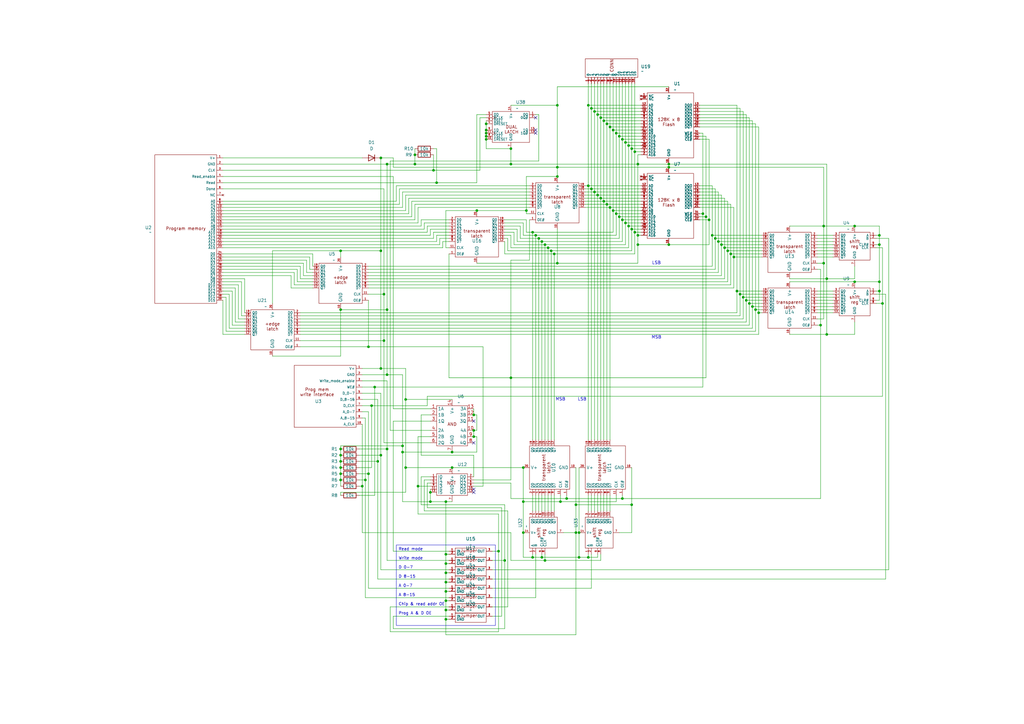
<source format=kicad_sch>
(kicad_sch (version 20231120) (generator "eeschema") (generator_version "8.0")
  (paper "A3")
  (junction (at 350.52 92.71))
  (junction (at 228.6 68.58))
  (junction (at 250.19 52.07))
  (junction (at 242.57 77.47))
  (junction (at 214.63 205.74))
  (junction (at 260.35 62.23))
  (junction (at 157.48 120.65))
  (junction (at 236.22 218.44))
  (junction (at 158.75 153.67))
  (junction (at 158.75 67.31))
  (junction (at 151.13 194.31))
  (junction (at 182.88 250.19))
  (junction (at 182.88 227.33))
  (junction (at 139.7 189.23))
  (junction (at 223.52 229.87))
  (junction (at 300.99 105.41))
  (junction (at 360.68 96.52))
  (junction (at 228.6 43.18))
  (junction (at 171.45 199.39))
  (junction (at 214.63 191.77))
  (junction (at 170.18 67.31))
  (junction (at 245.11 46.99))
  (junction (at 247.65 82.55))
  (junction (at 209.55 67.31))
  (junction (at 295.91 100.33))
  (junction (at 306.07 123.19))
  (junction (at 199.39 55.88))
  (junction (at 256.54 91.44))
  (junction (at 156.21 151.13))
  (junction (at 360.68 119.38))
  (junction (at 194.31 179.07))
  (junction (at 336.55 133.35))
  (junction (at 139.7 186.69))
  (junction (at 209.55 154.94))
  (junction (at 226.06 102.87))
  (junction (at 260.35 95.25))
  (junction (at 257.81 59.69))
  (junction (at 259.08 60.96))
  (junction (at 158.75 127))
  (junction (at 251.46 53.34))
  (junction (at 229.87 205.74))
  (junction (at 241.3 43.18))
  (junction (at 156.21 64.77))
  (junction (at 361.95 124.46))
  (junction (at 156.21 102.87))
  (junction (at 254 55.88))
  (junction (at 250.19 85.09))
  (junction (at 309.88 127))
  (junction (at 139.7 184.15))
  (junction (at 274.32 100.33))
  (junction (at 293.37 97.79))
  (junction (at 199.39 53.34))
  (junction (at 195.58 86.36))
  (junction (at 339.09 114.3))
  (junction (at 245.11 80.01))
  (junction (at 228.6 107.95))
  (junction (at 288.29 87.63))
  (junction (at 194.31 170.18))
  (junction (at 199.39 50.8))
  (junction (at 360.68 115.57))
  (junction (at 139.7 191.77))
  (junction (at 290.83 90.17))
  (junction (at 139.7 102.87))
  (junction (at 255.27 57.15))
  (junction (at 254 88.9))
  (junction (at 182.88 242.57))
  (junction (at 199.39 54.61))
  (junction (at 139.7 127))
  (junction (at 308.61 125.73))
  (junction (at 292.1 96.52))
  (junction (at 166.37 163.83))
  (junction (at 158.75 184.15))
  (junction (at 228.6 72.39))
  (junction (at 237.49 228.6))
  (junction (at 177.8 69.85))
  (junction (at 223.52 100.33))
  (junction (at 257.81 92.71))
  (junction (at 302.26 119.38))
  (junction (at 182.88 254))
  (junction (at 256.54 58.42))
  (junction (at 252.73 87.63))
  (junction (at 185.42 185.42))
  (junction (at 165.1 182.88))
  (junction (at 219.71 96.52))
  (junction (at 247.65 49.53))
  (junction (at 242.57 44.45))
  (junction (at 246.38 81.28))
  (junction (at 176.53 205.74))
  (junction (at 152.4 166.37))
  (junction (at 311.15 128.27))
  (junction (at 218.44 228.6))
  (junction (at 243.84 45.72))
  (junction (at 154.94 189.23))
  (junction (at 199.39 57.15))
  (junction (at 298.45 102.87))
  (junction (at 299.72 104.14))
  (junction (at 224.79 101.6))
  (junction (at 218.44 95.25))
  (junction (at 170.18 63.5))
  (junction (at 139.7 196.85))
  (junction (at 207.01 229.87))
  (junction (at 255.27 204.47))
  (junction (at 182.88 238.76))
  (junction (at 261.62 67.31))
  (junction (at 148.59 199.39))
  (junction (at 179.07 74.93))
  (junction (at 153.67 158.75))
  (junction (at 194.31 176.53))
  (junction (at 204.47 226.06))
  (junction (at 248.92 83.82))
  (junction (at 360.68 100.33))
  (junction (at 304.8 121.92))
  (junction (at 337.82 92.71))
  (junction (at 307.34 124.46))
  (junction (at 252.73 54.61))
  (junction (at 185.42 191.77))
  (junction (at 251.46 86.36))
  (junction (at 151.13 142.24))
  (junction (at 222.25 99.06))
  (junction (at 274.32 67.31))
  (junction (at 215.9 86.36))
  (junction (at 149.86 196.85))
  (junction (at 182.88 205.74))
  (junction (at 227.33 104.14))
  (junction (at 156.21 186.69))
  (junction (at 176.53 201.93))
  (junction (at 236.22 207.01))
  (junction (at 214.63 218.44))
  (junction (at 274.32 68.58))
  (junction (at 261.62 96.52))
  (junction (at 182.88 231.14))
  (junction (at 166.37 191.77))
  (junction (at 339.09 137.16))
  (junction (at 165.1 185.42))
  (junction (at 209.55 60.96))
  (junction (at 297.18 101.6))
  (junction (at 294.64 99.06))
  (junction (at 261.62 100.33))
  (junction (at 241.3 228.6))
  (junction (at 255.27 90.17))
  (junction (at 259.08 207.01))
  (junction (at 246.38 48.26))
  (junction (at 157.48 139.7))
  (junction (at 237.49 218.44))
  (junction (at 182.88 246.38))
  (junction (at 259.08 93.98))
  (junction (at 232.41 204.47))
  (junction (at 303.53 120.65))
  (junction (at 182.88 234.95))
  (junction (at 222.25 228.6))
  (junction (at 243.84 78.74))
  (junction (at 139.7 194.31))
  (junction (at 337.82 107.95))
  (junction (at 248.92 50.8))
  (junction (at 220.98 97.79))
  (junction (at 350.52 115.57))
  (junction (at 289.56 88.9))
  (junction (at 241.3 76.2))
  (no_connect (at 194.31 201.93))
  (no_connect (at 219.71 53.34))
  (no_connect (at 219.71 48.26))
  (no_connect (at 194.31 200.66))
  (no_connect (at 219.71 54.61))
  (no_connect (at 194.31 181.61))
  (no_connect (at 194.31 172.72))
  (wire (pts (xy 199.39 49.53) (xy 199.39 50.8)))
  (wire (pts (xy 176.53 181.61) (xy 157.48 181.61)))
  (wire (pts (xy 148.59 166.37) (xy 152.4 166.37)))
  (wire (pts (xy 199.39 60.96) (xy 209.55 60.96)))
  (wire (pts (xy 209.55 154.94) (xy 289.56 154.94)))
  (wire (pts (xy 288.29 87.63) (xy 287.02 87.63)))
  (wire (pts (xy 255.27 57.15) (xy 262.89 57.15)))
  (wire (pts (xy 304.8 121.92) (xy 312.42 121.92)))
  (wire (pts (xy 148.59 168.91) (xy 151.13 168.91)))
  (wire (pts (xy 123.19 133.35) (xy 307.34 133.35)))
  (wire (pts (xy 208.28 102.87) (xy 208.28 97.79)))
  (wire (pts (xy 148.59 161.29) (xy 156.21 161.29)))
  (wire (pts (xy 336.55 133.35) (xy 336.55 204.47)))
  (wire (pts (xy 172.72 195.58) (xy 176.53 195.58)))
  (wire (pts (xy 220.98 97.79) (xy 220.98 180.34)))
  (wire (pts (xy 209.55 106.68) (xy 217.17 106.68)))
  (wire (pts (xy 170.18 60.96) (xy 170.18 63.5)))
  (wire (pts (xy 262.89 88.9) (xy 254 88.9)))
  (wire (pts (xy 175.26 208.28) (xy 175.26 198.12)))
  (wire (pts (xy 201.93 233.68) (xy 364.49 233.68)))
  (wire (pts (xy 220.98 203.2) (xy 220.98 209.55)))
  (wire (pts (xy 359.41 123.19) (xy 360.68 123.19)))
  (wire (pts (xy 161.29 72.39) (xy 91.44 72.39)))
  (wire (pts (xy 207.01 96.52) (xy 209.55 96.52)))
  (wire (pts (xy 124.46 107.95) (xy 124.46 113.03)))
  (wire (pts (xy 160.02 259.08) (xy 160.02 248.92)))
  (wire (pts (xy 165.1 78.74) (xy 217.17 78.74)))
  (wire (pts (xy 207.01 229.87) (xy 207.01 207.01)))
  (wire (pts (xy 209.55 67.31) (xy 261.62 67.31)))
  (wire (pts (xy 184.15 96.52) (xy 179.07 96.52)))
  (wire (pts (xy 261.62 96.52) (xy 262.89 96.52)))
  (wire (pts (xy 176.53 201.93) (xy 176.53 205.74)))
  (wire (pts (xy 292.1 76.2) (xy 292.1 96.52)))
  (wire (pts (xy 204.47 210.82) (xy 204.47 226.06)))
  (wire (pts (xy 93.98 134.62) (xy 100.33 134.62)))
  (wire (pts (xy 242.57 44.45) (xy 262.89 44.45)))
  (wire (pts (xy 173.99 209.55) (xy 173.99 196.85)))
  (wire (pts (xy 139.7 201.93) (xy 139.7 203.2)))
  (wire (pts (xy 139.7 146.05) (xy 111.76 146.05)))
  (wire (pts (xy 254 55.88) (xy 254 88.9)))
  (wire (pts (xy 219.71 245.11) (xy 201.93 245.11)))
  (wire (pts (xy 139.7 196.85) (xy 139.7 199.39)))
  (wire (pts (xy 96.52 118.11) (xy 96.52 132.08)))
  (wire (pts (xy 128.27 111.76) (xy 125.73 111.76)))
  (wire (pts (xy 121.92 110.49) (xy 121.92 115.57)))
  (wire (pts (xy 255.27 204.47) (xy 336.55 204.47)))
  (wire (pts (xy 184.15 227.33) (xy 182.88 227.33)))
  (wire (pts (xy 232.41 204.47) (xy 209.55 204.47)))
  (wire (pts (xy 201.93 241.3) (xy 242.57 241.3)))
  (wire (pts (xy 220.98 97.79) (xy 213.36 97.79)))
  (wire (pts (xy 361.95 124.46) (xy 359.41 124.46)))
  (wire (pts (xy 260.35 95.25) (xy 260.35 104.14)))
  (wire (pts (xy 288.29 54.61) (xy 288.29 87.63)))
  (wire (pts (xy 214.63 91.44) (xy 214.63 96.52)))
  (wire (pts (xy 220.98 46.99) (xy 219.71 46.99)))
  (wire (pts (xy 262.89 83.82) (xy 248.92 83.82)))
  (wire (pts (xy 182.88 260.35) (xy 182.88 254)))
  (wire (pts (xy 165.1 205.74) (xy 165.1 185.42)))
  (wire (pts (xy 156.21 186.69) (xy 156.21 233.68)))
  (wire (pts (xy 218.44 95.25) (xy 215.9 95.25)))
  (wire (pts (xy 176.53 93.98) (xy 176.53 96.52)))
  (wire (pts (xy 255.27 99.06) (xy 255.27 90.17)))
  (wire (pts (xy 245.11 203.2) (xy 245.11 209.55)))
  (wire (pts (xy 248.92 34.29) (xy 248.92 50.8)))
  (wire (pts (xy 153.67 158.75) (xy 148.59 158.75)))
  (wire (pts (xy 97.79 116.84) (xy 91.44 116.84)))
  (wire (pts (xy 219.71 96.52) (xy 219.71 180.34)))
  (wire (pts (xy 224.79 101.6) (xy 257.81 101.6)))
  (wire (pts (xy 294.64 99.06) (xy 294.64 111.76)))
  (wire (pts (xy 309.88 50.8) (xy 287.02 50.8)))
  (wire (pts (xy 182.88 250.19) (xy 182.88 246.38)))
  (wire (pts (xy 120.65 111.76) (xy 91.44 111.76)))
  (wire (pts (xy 298.45 82.55) (xy 298.45 102.87)))
  (wire (pts (xy 262.89 85.09) (xy 250.19 85.09)))
  (wire (pts (xy 292.1 96.52) (xy 292.1 109.22)))
  (wire (pts (xy 177.8 95.25) (xy 184.15 95.25)))
  (wire (pts (xy 214.63 96.52) (xy 219.71 96.52)))
  (wire (pts (xy 165.1 153.67) (xy 165.1 182.88)))
  (wire (pts (xy 231.14 218.44) (xy 236.22 218.44)))
  (wire (pts (xy 182.88 250.19) (xy 182.88 254)))
  (wire (pts (xy 97.79 130.81) (xy 97.79 116.84)))
  (wire (pts (xy 223.52 100.33) (xy 210.82 100.33)))
  (wire (pts (xy 91.44 67.31) (xy 158.75 67.31)))
  (wire (pts (xy 293.37 77.47) (xy 293.37 97.79)))
  (wire (pts (xy 151.13 111.76) (xy 294.64 111.76)))
  (wire (pts (xy 147.32 189.23) (xy 154.94 189.23)))
  (wire (pts (xy 241.3 43.18) (xy 241.3 76.2)))
  (wire (pts (xy 100.33 135.89) (xy 92.71 135.89)))
  (wire (pts (xy 297.18 101.6) (xy 312.42 101.6)))
  (wire (pts (xy 125.73 111.76) (xy 125.73 106.68)))
  (wire (pts (xy 139.7 191.77) (xy 139.7 194.31)))
  (wire (pts (xy 228.6 68.58) (xy 274.32 68.58)))
  (wire (pts (xy 245.11 227.33) (xy 245.11 228.6)))
  (wire (pts (xy 139.7 127) (xy 139.7 146.05)))
  (wire (pts (xy 259.08 102.87) (xy 226.06 102.87)))
  (wire (pts (xy 121.92 115.57) (xy 128.27 115.57)))
  (wire (pts (xy 222.25 99.06) (xy 255.27 99.06)))
  (wire (pts (xy 288.29 87.63) (xy 288.29 158.75)))
  (wire (pts (xy 182.88 238.76) (xy 184.15 238.76)))
  (wire (pts (xy 166.37 80.01) (xy 166.37 86.36)))
  (wire (pts (xy 335.28 120.65) (xy 341.63 120.65)))
  (wire (pts (xy 262.89 92.71) (xy 257.81 92.71)))
  (wire (pts (xy 201.93 252.73) (xy 205.74 252.73)))
  (wire (pts (xy 209.55 154.94) (xy 209.55 196.85)))
  (wire (pts (xy 300.99 105.41) (xy 300.99 118.11)))
  (wire (pts (xy 151.13 241.3) (xy 184.15 241.3)))
  (wire (pts (xy 173.99 196.85) (xy 176.53 196.85)))
  (wire (pts (xy 262.89 91.44) (xy 256.54 91.44)))
  (wire (pts (xy 209.55 218.44) (xy 209.55 229.87)))
  (wire (pts (xy 177.8 69.85) (xy 196.85 69.85)))
  (wire (pts (xy 182.88 242.57) (xy 182.88 238.76)))
  (wire (pts (xy 251.46 95.25) (xy 218.44 95.25)))
  (wire (pts (xy 259.08 191.77) (xy 259.08 207.01)))
  (wire (pts (xy 339.09 114.3) (xy 339.09 67.31)))
  (wire (pts (xy 246.38 229.87) (xy 246.38 227.33)))
  (wire (pts (xy 148.59 199.39) (xy 148.59 218.44)))
  (wire (pts (xy 241.3 34.29) (xy 241.3 43.18)))
  (wire (pts (xy 337.82 92.71) (xy 350.52 92.71)))
  (wire (pts (xy 232.41 204.47) (xy 255.27 204.47)))
  (wire (pts (xy 256.54 91.44) (xy 256.54 100.33)))
  (wire (pts (xy 242.57 34.29) (xy 242.57 44.45)))
  (wire (pts (xy 247.65 34.29) (xy 247.65 49.53)))
  (wire (pts (xy 204.47 259.08) (xy 160.02 259.08)))
  (wire (pts (xy 166.37 86.36) (xy 91.44 86.36)))
  (wire (pts (xy 151.13 142.24) (xy 123.19 142.24)))
  (wire (pts (xy 210.82 95.25) (xy 207.01 95.25)))
  (wire (pts (xy 91.44 113.03) (xy 119.38 113.03)))
  (wire (pts (xy 262.89 60.96) (xy 259.08 60.96)))
  (wire (pts (xy 220.98 66.04) (xy 220.98 46.99)))
  (wire (pts (xy 184.15 245.11) (xy 149.86 245.11)))
  (wire (pts (xy 170.18 63.5) (xy 170.18 67.31)))
  (wire (pts (xy 303.53 44.45) (xy 303.53 120.65)))
  (wire (pts (xy 194.31 170.18) (xy 195.58 170.18)))
  (wire (pts (xy 228.6 35.56) (xy 274.32 35.56)))
  (wire (pts (xy 290.83 57.15) (xy 290.83 90.17)))
  (wire (pts (xy 209.55 154.94) (xy 184.15 154.94)))
  (wire (pts (xy 240.03 83.82) (xy 248.92 83.82)))
  (wire (pts (xy 360.68 123.19) (xy 360.68 119.38)))
  (wire (pts (xy 175.26 92.71) (xy 184.15 92.71)))
  (wire (pts (xy 360.68 92.71) (xy 360.68 96.52)))
  (wire (pts (xy 335.28 110.49) (xy 336.55 110.49)))
  (wire (pts (xy 297.18 81.28) (xy 287.02 81.28)))
  (wire (pts (xy 148.59 218.44) (xy 209.55 218.44)))
  (wire (pts (xy 127 110.49) (xy 128.27 110.49)))
  (wire (pts (xy 361.95 162.56) (xy 361.95 124.46)))
  (wire (pts (xy 223.52 227.33) (xy 223.52 229.87)))
  (wire (pts (xy 359.41 119.38) (xy 360.68 119.38)))
  (wire (pts (xy 160.02 66.04) (xy 160.02 176.53)))
  (wire (pts (xy 298.45 102.87) (xy 312.42 102.87)))
  (wire (pts (xy 123.19 139.7) (xy 157.48 139.7)))
  (wire (pts (xy 223.52 100.33) (xy 223.52 180.34)))
  (wire (pts (xy 209.55 106.68) (xy 209.55 154.94)))
  (wire (pts (xy 336.55 110.49) (xy 336.55 133.35)))
  (wire (pts (xy 179.07 99.06) (xy 91.44 99.06)))
  (wire (pts (xy 297.18 81.28) (xy 297.18 101.6)))
  (wire (pts (xy 262.89 50.8) (xy 248.92 50.8)))
  (wire (pts (xy 240.03 77.47) (xy 242.57 77.47)))
  (wire (pts (xy 167.64 87.63) (xy 167.64 81.28)))
  (wire (pts (xy 201.93 248.92) (xy 208.28 248.92)))
  (wire (pts (xy 161.29 257.81) (xy 161.29 252.73)))
  (wire (pts (xy 153.67 158.75) (xy 288.29 158.75)))
  (wire (pts (xy 91.44 115.57) (xy 99.06 115.57)))
  (wire (pts (xy 260.35 34.29) (xy 260.35 62.23)))
  (wire (pts (xy 304.8 45.72) (xy 304.8 121.92)))
  (wire (pts (xy 306.07 46.99) (xy 306.07 123.19)))
  (wire (pts (xy 309.88 127) (xy 312.42 127)))
  (wire (pts (xy 228.6 43.18) (xy 228.6 68.58)))
  (wire (pts (xy 292.1 76.2) (xy 287.02 76.2)))
  (wire (pts (xy 199.39 57.15) (xy 199.39 60.96)))
  (wire (pts (xy 171.45 210.82) (xy 171.45 199.39)))
  (wire (pts (xy 123.19 109.22) (xy 91.44 109.22)))
  (wire (pts (xy 242.57 203.2) (xy 242.57 209.55)))
  (wire (pts (xy 307.34 124.46) (xy 312.42 124.46)))
  (wire (pts (xy 248.92 203.2) (xy 248.92 209.55)))
  (wire (pts (xy 242.57 44.45) (xy 242.57 77.47)))
  (wire (pts (xy 91.44 100.33) (xy 180.34 100.33)))
  (wire (pts (xy 300.99 85.09) (xy 300.99 105.41)))
  (wire (pts (xy 226.06 203.2) (xy 226.06 209.55)))
  (wire (pts (xy 207.01 91.44) (xy 214.63 91.44)))
  (wire (pts (xy 236.22 191.77) (xy 236.22 207.01)))
  (wire (pts (xy 199.39 46.99) (xy 195.58 46.99)))
  (wire (pts (xy 262.89 58.42) (xy 256.54 58.42)))
  (wire (pts (xy 323.85 137.16) (xy 339.09 137.16)))
  (wire (pts (xy 255.27 204.47) (xy 255.27 203.2)))
  (wire (pts (xy 166.37 191.77) (xy 166.37 201.93)))
  (wire (pts (xy 262.89 53.34) (xy 251.46 53.34)))
  (wire (pts (xy 195.58 176.53) (xy 194.31 176.53)))
  (wire (pts (xy 257.81 59.69) (xy 262.89 59.69)))
  (wire (pts (xy 337.82 92.71) (xy 337.82 107.95)))
  (wire (pts (xy 306.07 123.19) (xy 312.42 123.19)))
  (wire (pts (xy 337.82 107.95) (xy 337.82 130.81)))
  (wire (pts (xy 170.18 67.31) (xy 209.55 67.31)))
  (wire (pts (xy 95.25 119.38) (xy 91.44 119.38)))
  (wire (pts (xy 335.28 97.79) (xy 341.63 97.79)))
  (wire (pts (xy 262.89 45.72) (xy 243.84 45.72)))
  (wire (pts (xy 171.45 91.44) (xy 91.44 91.44)))
  (wire (pts (xy 307.34 48.26) (xy 307.34 124.46)))
  (wire (pts (xy 171.45 199.39) (xy 176.53 199.39)))
  (wire (pts (xy 179.07 60.96) (xy 179.07 74.93)))
  (wire (pts (xy 148.59 153.67) (xy 158.75 153.67)))
  (wire (pts (xy 295.91 80.01) (xy 295.91 100.33)))
  (wire (pts (xy 323.85 114.3) (xy 339.09 114.3)))
  (wire (pts (xy 304.8 45.72) (xy 287.02 45.72)))
  (wire (pts (xy 149.86 245.11) (xy 149.86 196.85)))
  (wire (pts (xy 168.91 82.55) (xy 168.91 88.9)))
  (wire (pts (xy 226.06 102.87) (xy 208.28 102.87)))
  (wire (pts (xy 262.89 82.55) (xy 247.65 82.55)))
  (wire (pts (xy 182.88 250.19) (xy 184.15 250.19)))
  (wire (pts (xy 262.89 78.74) (xy 243.84 78.74)))
  (wire (pts (xy 335.28 99.06) (xy 341.63 99.06)))
  (wire (pts (xy 311.15 137.16) (xy 123.19 137.16)))
  (wire (pts (xy 223.52 229.87) (xy 246.38 229.87)))
  (wire (pts (xy 212.09 99.06) (xy 222.25 99.06)))
  (wire (pts (xy 246.38 203.2) (xy 246.38 209.55)))
  (wire (pts (xy 228.6 93.98) (xy 228.6 107.95)))
  (wire (pts (xy 360.68 100.33) (xy 360.68 115.57)))
  (wire (pts (xy 195.58 86.36) (xy 182.88 86.36)))
  (wire (pts (xy 160.02 248.92) (xy 184.15 248.92)))
  (wire (pts (xy 228.6 107.95) (xy 195.58 107.95)))
  (wire (pts (xy 339.09 114.3) (xy 339.09 137.16)))
  (wire (pts (xy 218.44 95.25) (xy 218.44 180.34)))
  (wire (pts (xy 196.85 69.85) (xy 196.85 48.26)))
  (wire (pts (xy 147.32 186.69) (xy 156.21 186.69)))
  (wire (pts (xy 171.45 199.39) (xy 171.45 179.07)))
  (wire (pts (xy 254 97.79) (xy 220.98 97.79)))
  (wire (pts (xy 245.11 228.6) (xy 241.3 228.6)))
  (wire (pts (xy 157.48 120.65) (xy 157.48 139.7)))
  (wire (pts (xy 361.95 101.6) (xy 361.95 124.46)))
  (wire (pts (xy 151.13 113.03) (xy 295.91 113.03)))
  (wire (pts (xy 209.55 101.6) (xy 224.79 101.6)))
  (wire (pts (xy 287.02 46.99) (xy 306.07 46.99)))
  (wire (pts (xy 227.33 104.14) (xy 227.33 180.34)))
  (wire (pts (xy 165.1 205.74) (xy 176.53 205.74)))
  (wire (pts (xy 287.02 54.61) (xy 288.29 54.61)))
  (wire (pts (xy 359.41 101.6) (xy 361.95 101.6)))
  (wire (pts (xy 335.28 130.81) (xy 337.82 130.81)))
  (wire (pts (xy 360.68 119.38) (xy 360.68 115.57)))
  (wire (pts (xy 262.89 93.98) (xy 259.08 93.98)))
  (wire (pts (xy 247.65 203.2) (xy 247.65 209.55)))
  (wire (pts (xy 161.29 252.73) (xy 184.15 252.73)))
  (wire (pts (xy 359.41 120.65) (xy 363.22 120.65)))
  (wire (pts (xy 163.83 77.47) (xy 163.83 83.82)))
  (wire (pts (xy 364.49 233.68) (xy 364.49 97.79)))
  (wire (pts (xy 247.65 49.53) (xy 262.89 49.53)))
  (wire (pts (xy 236.22 218.44) (xy 236.22 207.01)))
  (wire (pts (xy 180.34 97.79) (xy 184.15 97.79)))
  (wire (pts (xy 335.28 124.46) (xy 341.63 124.46)))
  (wire (pts (xy 241.3 228.6) (xy 237.49 228.6)))
  (wire (pts (xy 139.7 102.87) (xy 156.21 102.87)))
  (wire (pts (xy 217.17 85.09) (xy 171.45 85.09)))
  (wire (pts (xy 156.21 102.87) (xy 156.21 151.13)))
  (wire (pts (xy 194.31 198.12) (xy 209.55 198.12)))
  (wire (pts (xy 194.31 196.85) (xy 209.55 196.85)))
  (wire (pts (xy 297.18 101.6) (xy 297.18 114.3)))
  (wire (pts (xy 218.44 227.33) (xy 218.44 228.6)))
  (wire (pts (xy 151.13 118.11) (xy 300.99 118.11)))
  (wire (pts (xy 259.08 34.29) (xy 259.08 60.96)))
  (wire (pts (xy 158.75 67.31) (xy 170.18 67.31)))
  (wire (pts (xy 262.89 63.5) (xy 261.62 63.5)))
  (wire (pts (xy 246.38 48.26) (xy 246.38 81.28)))
  (wire (pts (xy 151.13 110.49) (xy 293.37 110.49)))
  (wire (pts (xy 205.74 252.73) (xy 205.74 208.28)))
  (wire (pts (xy 165.1 182.88) (xy 165.1 185.42)))
  (wire (pts (xy 184.15 237.49) (xy 154.94 237.49)))
  (wire (pts (xy 242.57 241.3) (xy 242.57 227.33)))
  (wire (pts (xy 252.73 203.2) (xy 252.73 205.74)))
  (wire (pts (xy 175.26 95.25) (xy 175.26 92.71)))
  (wire (pts (xy 100.33 133.35) (xy 95.25 133.35)))
  (wire (pts (xy 290.83 90.17) (xy 287.02 90.17)))
  (wire (pts (xy 172.72 186.69) (xy 172.72 170.18)))
  (wire (pts (xy 323.85 92.71) (xy 337.82 92.71)))
  (wire (pts (xy 152.4 191.77) (xy 147.32 191.77)))
  (wire (pts (xy 161.29 64.77) (xy 161.29 68.58)))
  (wire (pts (xy 215.9 95.25) (xy 215.9 90.17)))
  (wire (pts (xy 302.26 119.38) (xy 312.42 119.38)))
  (wire (pts (xy 243.84 78.74) (xy 243.84 180.34)))
  (wire (pts (xy 182.88 86.36) (xy 182.88 101.6)))
  (wire (pts (xy 161.29 167.64) (xy 176.53 167.64)))
  (wire (pts (xy 257.81 59.69) (xy 257.81 92.71)))
  (wire (pts (xy 194.31 199.39) (xy 198.12 199.39)))
  (wire (pts (xy 240.03 80.01) (xy 245.11 80.01)))
  (wire (pts (xy 199.39 54.61) (xy 199.39 55.88)))
  (wire (pts (xy 147.32 194.31) (xy 151.13 194.31)))
  (wire (pts (xy 100.33 130.81) (xy 97.79 130.81)))
  (wire (pts (xy 139.7 184.15) (xy 139.7 186.69)))
  (wire (pts (xy 303.53 129.54) (xy 303.53 120.65)))
  (wire (pts (xy 214.63 218.44) (xy 214.63 228.6)))
  (wire (pts (xy 323.85 115.57) (xy 350.52 115.57)))
  (wire (pts (xy 287.02 80.01) (xy 295.91 80.01)))
  (wire (pts (xy 185.42 191.77) (xy 214.63 191.77)))
  (wire (pts (xy 165.1 182.88) (xy 139.7 182.88)))
  (wire (pts (xy 208.28 209.55) (xy 173.99 209.55)))
  (wire (pts (xy 139.7 127) (xy 158.75 127)))
  (wire (pts (xy 299.72 104.14) (xy 312.42 104.14)))
  (wire (pts (xy 179.07 74.93) (xy 91.44 74.93)))
  (wire (pts (xy 262.89 55.88) (xy 254 55.88)))
  (wire (pts (xy 261.62 96.52) (xy 261.62 100.33)))
  (wire (pts (xy 172.72 90.17) (xy 184.15 90.17)))
  (wire (pts (xy 254 34.29) (xy 254 55.88)))
  (wire (pts (xy 171.45 210.82) (xy 204.47 210.82)))
  (wire (pts (xy 339.09 67.31) (xy 274.32 67.31)))
  (wire (pts (xy 151.13 116.84) (xy 299.72 116.84)))
  (wire (pts (xy 154.94 189.23) (xy 154.94 163.83)))
  (wire (pts (xy 162.56 76.2) (xy 217.17 76.2)))
  (wire (pts (xy 219.71 203.2) (xy 219.71 209.55)))
  (wire (pts (xy 195.58 179.07) (xy 195.58 185.42)))
  (wire (pts (xy 228.6 68.58) (xy 228.6 72.39)))
  (wire (pts (xy 184.15 99.06) (xy 181.61 99.06)))
  (wire (pts (xy 242.57 77.47) (xy 242.57 180.34)))
  (wire (pts (xy 218.44 203.2) (xy 218.44 209.55)))
  (wire (pts (xy 152.4 166.37) (xy 152.4 191.77)))
  (wire (pts (xy 182.88 231.14) (xy 184.15 231.14)))
  (wire (pts (xy 199.39 55.88) (xy 199.39 57.15)))
  (wire (pts (xy 156.21 151.13) (xy 148.59 151.13)))
  (wire (pts (xy 91.44 107.95) (xy 124.46 107.95)))
  (wire (pts (xy 96.52 132.08) (xy 100.33 132.08)))
  (wire (pts (xy 175.26 198.12) (xy 176.53 198.12)))
  (wire (pts (xy 337.82 92.71) (xy 337.82 68.58)))
  (wire (pts (xy 254 88.9) (xy 254 97.79)))
  (wire (pts (xy 262.89 95.25) (xy 260.35 95.25)))
  (wire (pts (xy 213.36 97.79) (xy 213.36 92.71)))
  (wire (pts (xy 262.89 86.36) (xy 251.46 86.36)))
  (wire (pts (xy 250.19 203.2) (xy 250.19 209.55)))
  (wire (pts (xy 172.72 207.01) (xy 172.72 195.58)))
  (wire (pts (xy 205.74 208.28) (xy 175.26 208.28)))
  (wire (pts (xy 360.68 115.57) (xy 350.52 115.57)))
  (wire (pts (xy 199.39 50.8) (xy 199.39 53.34)))
  (wire (pts (xy 262.89 81.28) (xy 246.38 81.28)))
  (wire (pts (xy 182.88 242.57) (xy 184.15 242.57)))
  (wire (pts (xy 153.67 158.75) (xy 153.67 203.2)))
  (wire (pts (xy 308.61 134.62) (xy 308.61 125.73)))
  (wire (pts (xy 166.37 201.93) (xy 139.7 201.93)))
  (wire (pts (xy 215.9 72.39) (xy 228.6 72.39)))
  (wire (pts (xy 229.87 205.74) (xy 252.73 205.74)))
  (wire (pts (xy 248.92 83.82) (xy 248.92 180.34)))
  (wire (pts (xy 148.59 173.99) (xy 148.59 199.39)))
  (wire (pts (xy 179.07 96.52) (xy 179.07 99.06)))
  (wire (pts (xy 99.06 115.57) (xy 99.06 129.54)))
  (wire (pts (xy 173.99 91.44) (xy 173.99 93.98)))
  (wire (pts (xy 302.26 128.27) (xy 302.26 119.38)))
  (wire (pts (xy 287.02 88.9) (xy 289.56 88.9)))
  (wire (pts (xy 256.54 58.42) (xy 256.54 91.44)))
  (wire (pts (xy 204.47 226.06) (xy 204.47 259.08)))
  (wire (pts (xy 240.03 76.2) (xy 241.3 76.2)))
  (wire (pts (xy 245.11 46.99) (xy 262.89 46.99)))
  (wire (pts (xy 335.28 119.38) (xy 341.63 119.38)))
  (wire (pts (xy 120.65 116.84) (xy 120.65 111.76)))
  (wire (pts (xy 262.89 48.26) (xy 246.38 48.26)))
  (wire (pts (xy 175.26 166.37) (xy 175.26 162.56)))
  (wire (pts (xy 199.39 53.34) (xy 199.39 54.61)))
  (wire (pts (xy 139.7 102.87) (xy 139.7 105.41)))
  (wire (pts (xy 194.31 195.58) (xy 194.31 186.69)))
  (wire (pts (xy 241.3 76.2) (xy 241.3 180.34)))
  (wire (pts (xy 162.56 82.55) (xy 162.56 76.2)))
  (wire (pts (xy 252.73 96.52) (xy 252.73 87.63)))
  (wire (pts (xy 287.02 85.09) (xy 300.99 85.09)))
  (wire (pts (xy 148.59 156.21) (xy 158.75 156.21)))
  (wire (pts (xy 287.02 44.45) (xy 303.53 44.45)))
  (wire (pts (xy 222.25 227.33) (xy 222.25 228.6)))
  (wire (pts (xy 217.17 87.63) (xy 215.9 87.63)))
  (wire (pts (xy 245.11 34.29) (xy 245.11 46.99)))
  (wire (pts (xy 123.19 132.08) (xy 306.07 132.08)))
  (wire (pts (xy 95.25 133.35) (xy 95.25 119.38)))
  (wire (pts (xy 243.84 203.2) (xy 243.84 209.55)))
  (wire (pts (xy 259.08 207.01) (xy 259.08 218.44)))
  (wire (pts (xy 359.41 100.33) (xy 360.68 100.33)))
  (wire (pts (xy 209.55 229.87) (xy 223.52 229.87)))
  (wire (pts (xy 309.88 50.8) (xy 309.88 127)))
  (wire (pts (xy 91.44 85.09) (xy 165.1 85.09)))
  (wire (pts (xy 337.82 68.58) (xy 274.32 68.58)))
  (wire (pts (xy 237.49 228.6) (xy 237.49 218.44)))
  (wire (pts (xy 240.03 85.09) (xy 250.19 85.09)))
  (wire (pts (xy 262.89 43.18) (xy 241.3 43.18)))
  (wire (pts (xy 250.19 52.07) (xy 262.89 52.07)))
  (wire (pts (xy 194.31 186.69) (xy 172.72 186.69)))
  (wire (pts (xy 201.93 226.06) (xy 204.47 226.06)))
  (wire (pts (xy 166.37 163.83) (xy 166.37 191.77)))
  (wire (pts (xy 240.03 78.74) (xy 243.84 78.74)))
  (wire (pts (xy 250.19 85.09) (xy 250.19 180.34)))
  (wire (pts (xy 245.11 46.99) (xy 245.11 80.01)))
  (wire (pts (xy 261.62 67.31) (xy 261.62 96.52)))
  (wire (pts (xy 251.46 53.34) (xy 251.46 86.36)))
  (wire (pts (xy 261.62 100.33) (xy 274.32 100.33)))
  (wire (pts (xy 91.44 123.19) (xy 91.44 137.16)))
  (wire (pts (xy 208.28 97.79) (xy 207.01 97.79)))
  (wire (pts (xy 304.8 130.81) (xy 304.8 121.92)))
  (wire (pts (xy 184.15 254) (xy 182.88 254)))
  (wire (pts (xy 149.86 171.45) (xy 148.59 171.45)))
  (wire (pts (xy 311.15 137.16) (xy 311.15 128.27)))
  (wire (pts (xy 182.88 234.95) (xy 184.15 234.95)))
  (wire (pts (xy 125.73 106.68) (xy 91.44 106.68)))
  (wire (pts (xy 151.13 168.91) (xy 151.13 194.31)))
  (wire (pts (xy 182.88 205.74) (xy 185.42 205.74)))
  (wire (pts (xy 201.93 229.87) (xy 207.01 229.87)))
  (wire (pts (xy 241.3 227.33) (xy 241.3 228.6)))
  (wire (pts (xy 195.58 74.93) (xy 179.07 74.93)))
  (wire (pts (xy 260.35 62.23) (xy 262.89 62.23)))
  (wire (pts (xy 308.61 49.53) (xy 308.61 125.73)))
  (wire (pts (xy 262.89 90.17) (xy 255.27 90.17)))
  (wire (pts (xy 151.13 114.3) (xy 297.18 114.3)))
  (wire (pts (xy 161.29 226.06) (xy 184.15 226.06)))
  (wire (pts (xy 259.08 93.98) (xy 259.08 102.87)))
  (wire (pts (xy 181.61 99.06) (xy 181.61 101.6)))
  (wire (pts (xy 262.89 76.2) (xy 241.3 76.2)))
  (wire (pts (xy 289.56 88.9) (xy 289.56 154.94)))
  (wire (pts (xy 161.29 172.72) (xy 161.29 226.06)))
  (wire (pts (xy 257.81 34.29) (xy 257.81 59.69)))
  (wire (pts (xy 295.91 100.33) (xy 312.42 100.33)))
  (wire (pts (xy 139.7 182.88) (xy 139.7 184.15)))
  (wire (pts (xy 335.28 105.41) (xy 341.63 105.41)))
  (wire (pts (xy 289.56 55.88) (xy 287.02 55.88)))
  (wire (pts (xy 128.27 116.84) (xy 120.65 116.84)))
  (wire (pts (xy 236.22 260.35) (xy 182.88 260.35)))
  (wire (pts (xy 293.37 97.79) (xy 312.42 97.79)))
  (wire (pts (xy 209.55 96.52) (xy 209.55 101.6)))
  (wire (pts (xy 209.55 43.18) (xy 228.6 43.18)))
  (wire (pts (xy 299.72 83.82) (xy 299.72 104.14)))
  (wire (pts (xy 307.34 48.26) (xy 287.02 48.26)))
  (wire (pts (xy 173.99 93.98) (xy 91.44 93.98)))
  (wire (pts (xy 91.44 92.71) (xy 172.72 92.71)))
  (wire (pts (xy 290.83 100.33) (xy 274.32 100.33)))
  (wire (pts (xy 364.49 97.79) (xy 359.41 97.79)))
  (wire (pts (xy 195.58 46.99) (xy 195.58 74.93)))
  (wire (pts (xy 295.91 100.33) (xy 295.91 113.03)))
  (wire (pts (xy 247.65 49.53) (xy 247.65 82.55)))
  (wire (pts (xy 335.28 102.87) (xy 341.63 102.87)))
  (wire (pts (xy 252.73 54.61) (xy 262.89 54.61)))
  (wire (pts (xy 194.31 167.64) (xy 194.31 170.18)))
  (wire (pts (xy 245.11 80.01) (xy 245.11 180.34)))
  (wire (pts (xy 128.27 104.14) (xy 91.44 104.14)))
  (wire (pts (xy 213.36 92.71) (xy 207.01 92.71)))
  (wire (pts (xy 127 105.41) (xy 127 110.49)))
  (wire (pts (xy 300.99 105.41) (xy 312.42 105.41)))
  (wire (pts (xy 152.4 166.37) (xy 175.26 166.37)))
  (wire (pts (xy 241.3 203.2) (xy 241.3 209.55)))
  (wire (pts (xy 257.81 101.6) (xy 257.81 92.71)))
  (wire (pts (xy 210.82 100.33) (xy 210.82 95.25)))
  (wire (pts (xy 184.15 246.38) (xy 182.88 246.38)))
  (wire (pts (xy 157.48 139.7) (xy 157.48 181.61)))
  (wire (pts (xy 100.33 114.3) (xy 91.44 114.3)))
  (wire (pts (xy 215.9 90.17) (xy 207.01 90.17)))
  (wire (pts (xy 243.84 45.72) (xy 243.84 78.74)))
  (wire (pts (xy 176.53 96.52) (xy 91.44 96.52)))
  (wire (pts (xy 208.28 248.92) (xy 208.28 209.55)))
  (wire (pts (xy 223.52 203.2) (xy 223.52 209.55)))
  (wire (pts (xy 335.28 104.14) (xy 341.63 104.14)))
  (wire (pts (xy 215.9 87.63) (xy 215.9 86.36)))
  (wire (pts (xy 91.44 97.79) (xy 177.8 97.79)))
  (wire (pts (xy 176.53 200.66) (xy 176.53 201.93)))
  (wire (pts (xy 287.02 57.15) (xy 290.83 57.15)))
  (wire (pts (xy 359.41 96.52) (xy 360.68 96.52)))
  (wire (pts (xy 123.19 130.81) (xy 304.8 130.81)))
  (wire (pts (xy 298.45 102.87) (xy 298.45 115.57)))
  (wire (pts (xy 198.12 142.24) (xy 151.13 142.24)))
  (wire (pts (xy 335.28 107.95) (xy 337.82 107.95)))
  (wire (pts (xy 123.19 135.89) (xy 309.88 135.89)))
  (wire (pts (xy 360.68 96.52) (xy 360.68 100.33)))
  (wire (pts (xy 100.33 128.27) (xy 100.33 114.3)))
  (wire (pts (xy 248.92 50.8) (xy 248.92 83.82)))
  (wire (pts (xy 158.75 153.67) (xy 165.1 153.67)))
  (wire (pts (xy 350.52 92.71) (xy 360.68 92.71)))
  (wire (pts (xy 175.26 162.56) (xy 361.95 162.56)))
  (wire (pts (xy 308.61 125.73) (xy 312.42 125.73)))
  (wire (pts (xy 227.33 203.2) (xy 227.33 209.55)))
  (wire (pts (xy 251.46 86.36) (xy 251.46 95.25)))
  (wire (pts (xy 139.7 189.23) (xy 139.7 191.77)))
  (wire (pts (xy 119.38 118.11) (xy 128.27 118.11)))
  (wire (pts (xy 149.86 196.85) (xy 149.86 171.45)))
  (wire (pts (xy 350.52 114.3) (xy 339.09 114.3)))
  (wire (pts (xy 182.88 234.95) (xy 182.88 238.76)))
  (wire (pts (xy 91.44 110.49) (xy 121.92 110.49)))
  (wire (pts (xy 303.53 120.65) (xy 312.42 120.65)))
  (wire (pts (xy 232.41 203.2) (xy 232.41 204.47)))
  (wire (pts (xy 222.25 203.2) (xy 222.25 209.55)))
  (wire (pts (xy 176.53 205.74) (xy 182.88 205.74)))
  (wire (pts (xy 172.72 92.71) (xy 172.72 90.17)))
  (wire (pts (xy 246.38 81.28) (xy 246.38 180.34)))
  (wire (pts (xy 123.19 128.27) (xy 302.26 128.27)))
  (wire (pts (xy 154.94 163.83) (xy 148.59 163.83)))
  (wire (pts (xy 172.72 170.18) (xy 176.53 170.18)))
  (wire (pts (xy 214.63 191.77) (xy 214.63 205.74)))
  (wire (pts (xy 218.44 228.6) (xy 222.25 228.6)))
  (wire (pts (xy 151.13 109.22) (xy 292.1 109.22)))
  (wire (pts (xy 290.83 90.17) (xy 290.83 100.33)))
  (wire (pts (xy 91.44 77.47) (xy 157.48 77.47)))
  (wire (pts (xy 294.64 78.74) (xy 294.64 99.06)))
  (wire (pts (xy 195.58 170.18) (xy 195.58 176.53)))
  (wire (pts (xy 302.26 43.18) (xy 302.26 119.38)))
  (wire (pts (xy 207.01 229.87) (xy 207.01 257.81)))
  (wire (pts (xy 184.15 91.44) (xy 173.99 91.44)))
  (wire (pts (xy 236.22 218.44) (xy 236.22 260.35)))
  (wire (pts (xy 170.18 90.17) (xy 170.18 83.82)))
  (wire (pts (xy 151.13 123.19) (xy 151.13 142.24)))
  (wire (pts (xy 171.45 179.07) (xy 176.53 179.07)))
  (wire (pts (xy 209.55 60.96) (xy 209.55 67.31)))
  (wire (pts (xy 261.62 63.5) (xy 261.62 67.31)))
  (wire (pts (xy 156.21 161.29) (xy 156.21 186.69)))
  (wire (pts (xy 287.02 82.55) (xy 298.45 82.55)))
  (wire (pts (xy 160.02 176.53) (xy 176.53 176.53)))
  (wire (pts (xy 91.44 120.65) (xy 93.98 120.65)))
  (wire (pts (xy 158.75 229.87) (xy 184.15 229.87)))
  (wire (pts (xy 246.38 34.29) (xy 246.38 48.26)))
  (wire (pts (xy 147.32 184.15) (xy 158.75 184.15)))
  (wire (pts (xy 177.8 60.96) (xy 179.07 60.96)))
  (wire (pts (xy 335.28 100.33) (xy 341.63 100.33)))
  (wire (pts (xy 182.88 227.33) (xy 182.88 231.14)))
  (wire (pts (xy 207.01 93.98) (xy 212.09 93.98)))
  (wire (pts (xy 166.37 191.77) (xy 185.42 191.77)))
  (wire (pts (xy 335.28 121.92) (xy 341.63 121.92)))
  (wire (pts (xy 207.01 104.14) (xy 207.01 99.06)))
  (wire (pts (xy 147.32 196.85) (xy 149.86 196.85)))
  (wire (pts (xy 217.17 80.01) (xy 166.37 80.01)))
  (wire (pts (xy 363.22 120.65) (xy 363.22 237.49)))
  (wire (pts (xy 260.35 104.14) (xy 227.33 104.14)))
  (wire (pts (xy 252.73 34.29) (xy 252.73 54.61)))
  (wire (pts (xy 227.33 104.14) (xy 207.01 104.14)))
  (wire (pts (xy 151.13 115.57) (xy 298.45 115.57)))
  (wire (pts (xy 93.98 120.65) (xy 93.98 134.62)))
  (wire (pts (xy 151.13 120.65) (xy 157.48 120.65)))
  (wire (pts (xy 207.01 207.01) (xy 172.72 207.01)))
  (wire (pts (xy 158.75 156.21) (xy 158.75 184.15)))
  (wire (pts (xy 262.89 87.63) (xy 252.73 87.63)))
  (wire (pts (xy 111.76 102.87) (xy 139.7 102.87)))
  (wire (pts (xy 180.34 100.33) (xy 180.34 97.79)))
  (wire (pts (xy 228.6 35.56) (xy 228.6 43.18)))
  (wire (pts (xy 287.02 49.53) (xy 308.61 49.53)))
  (wire (pts (xy 214.63 205.74) (xy 214.63 218.44)))
  (wire (pts (xy 261.62 67.31) (xy 274.32 67.31)))
  (wire (pts (xy 311.15 128.27) (xy 312.42 128.27)))
  (wire (pts (xy 236.22 207.01) (xy 259.08 207.01)))
  (wire (pts (xy 240.03 81.28) (xy 246.38 81.28)))
  (wire (pts (xy 147.32 199.39) (xy 148.59 199.39)))
  (wire (pts (xy 217.17 77.47) (xy 163.83 77.47)))
  (wire (pts (xy 262.89 77.47) (xy 242.57 77.47)))
  (wire (pts (xy 240.03 82.55) (xy 247.65 82.55)))
  (wire (pts (xy 247.65 82.55) (xy 247.65 180.34)))
  (wire (pts (xy 182.88 205.74) (xy 182.88 227.33)))
  (wire (pts (xy 123.19 129.54) (xy 303.53 129.54)))
  (wire (pts (xy 250.19 34.29) (xy 250.19 52.07)))
  (wire (pts (xy 335.28 125.73) (xy 341.63 125.73)))
  (wire (pts (xy 119.38 113.03) (xy 119.38 118.11)))
  (wire (pts (xy 219.71 96.52) (xy 252.73 96.52)))
  (wire (pts (xy 147.32 203.2) (xy 153.67 203.2)))
  (wire (pts (xy 163.83 83.82) (xy 91.44 83.82)))
  (wire (pts (xy 261.62 107.95) (xy 228.6 107.95)))
  (wire (pts (xy 111.76 124.46) (xy 111.76 102.87)))
  (wire (pts (xy 251.46 34.29) (xy 251.46 53.34)))
  (wire (pts (xy 217.17 90.17) (xy 217.17 106.68)))
  (wire (pts (xy 307.34 133.35) (xy 307.34 124.46)))
  (wire (pts (xy 151.13 194.31) (xy 151.13 241.3)))
  (wire (pts (xy 91.44 105.41) (xy 127 105.41)))
  (wire (pts (xy 226.06 102.87) (xy 226.06 180.34)))
  (wire (pts (xy 161.29 68.58) (xy 228.6 68.58)))
  (wire (pts (xy 229.87 203.2) (xy 229.87 205.74)))
  (wire (pts (xy 123.19 114.3) (xy 123.19 109.22)))
  (wire (pts (xy 311.15 52.07) (xy 311.15 128.27)))
  (wire (pts (xy 261.62 100.33) (xy 261.62 107.95)))
  (wire (pts (xy 91.44 87.63) (xy 167.64 87.63)))
  (wire (pts (xy 302.26 43.18) (xy 287.02 43.18)))
  (wire (pts (xy 158.75 184.15) (xy 158.75 229.87)))
  (wire (pts (xy 335.28 127) (xy 341.63 127)))
  (wire (pts (xy 363.22 237.49) (xy 201.93 237.49)))
  (wire (pts (xy 287.02 77.47) (xy 293.37 77.47)))
  (wire (pts (xy 335.28 101.6) (xy 341.63 101.6)))
  (wire (pts (xy 182.88 231.14) (xy 182.88 234.95)))
  (wire (pts (xy 293.37 97.79) (xy 293.37 110.49)))
  (wire (pts (xy 139.7 194.31) (xy 139.7 196.85)))
  (wire (pts (xy 185.42 163.83) (xy 166.37 163.83)))
  (wire (pts (xy 335.28 123.19) (xy 341.63 123.19)))
  (wire (pts (xy 287.02 52.07) (xy 311.15 52.07)))
  (wire (pts (xy 292.1 96.52) (xy 312.42 96.52)))
  (wire (pts (xy 168.91 88.9) (xy 91.44 88.9)))
  (wire (pts (xy 170.18 83.82) (xy 217.17 83.82)))
  (wire (pts (xy 215.9 86.36) (xy 215.9 72.39)))
  (wire (pts (xy 195.58 185.42) (xy 185.42 185.42)))
  (wire (pts (xy 158.75 127) (xy 158.75 153.67)))
  (wire (pts (xy 156.21 233.68) (xy 184.15 233.68)))
  (wire (pts (xy 166.37 151.13) (xy 156.21 151.13)))
  (wire (pts (xy 220.98 66.04) (xy 160.02 66.04)))
  (wire (pts (xy 182.88 101.6) (xy 184.15 101.6)))
  (wire (pts (xy 156.21 64.77) (xy 161.29 64.77)))
  (wire (pts (xy 156.21 64.77) (xy 156.21 102.87)))
  (wire (pts (xy 209.55 204.47) (xy 209.55 198.12)))
  (wire (pts (xy 181.61 101.6) (xy 91.44 101.6)))
  (wire (pts (xy 262.89 80.01) (xy 245.11 80.01)))
  (wire (pts (xy 165.1 85.09) (xy 165.1 78.74)))
  (wire (pts (xy 195.58 86.36) (xy 215.9 86.36)))
  (wire (pts (xy 255.27 57.15) (xy 255.27 90.17)))
  (wire (pts (xy 217.17 82.55) (xy 168.91 82.55)))
  (wire (pts (xy 196.85 48.26) (xy 199.39 48.26)))
  (wire (pts (xy 350.52 109.22) (xy 350.52 114.3)))
  (wire (pts (xy 128.27 109.22) (xy 128.27 104.14)))
  (wire (pts (xy 182.88 246.38) (xy 182.88 242.57)))
  (wire (pts (xy 256.54 34.29) (xy 256.54 58.42)))
  (wire (pts (xy 154.94 237.49) (xy 154.94 189.23)))
  (wire (pts (xy 250.19 52.07) (xy 250.19 85.09)))
  (wire (pts (xy 335.28 128.27) (xy 341.63 128.27)))
  (wire (pts (xy 214.63 205.74) (xy 229.87 205.74)))
  (wire (pts (xy 259.08 218.44) (xy 254 218.44)))
  (wire (pts (xy 91.44 137.16) (xy 100.33 137.16)))
  (wire (pts (xy 294.64 99.06) (xy 312.42 99.06)))
  (wire (pts (xy 255.27 34.29) (xy 255.27 57.15)))
  (wire (pts (xy 124.46 113.03) (xy 128.27 113.03)))
  (wire (pts (xy 339.09 137.16) (xy 350.52 137.16)))
  (wire (pts (xy 123.19 134.62) (xy 308.61 134.62)))
  (wire (pts (xy 260.35 62.23) (xy 260.35 95.25)))
  (wire (pts (xy 289.56 88.9) (xy 289.56 55.88)))
  (wire (pts (xy 299.72 104.14) (xy 299.72 116.84)))
  (wire (pts (xy 214.63 228.6) (xy 218.44 228.6)))
  (wire (pts (xy 219.71 227.33) (xy 219.71 245.11)))
  (wire (pts (xy 167.64 81.28) (xy 217.17 81.28)))
  (wire (pts (xy 184.15 154.94) (xy 184.15 104.14)))
  (wire (pts (xy 91.44 95.25) (xy 175.26 95.25)))
  (wire (pts (xy 91.44 118.11) (xy 96.52 118.11)))
  (wire (pts (xy 212.09 93.98) (xy 212.09 99.06)))
  (wire (pts (xy 171.45 85.09) (xy 171.45 91.44)))
  (wire (pts (xy 224.79 203.2) (xy 224.79 209.55)))
  (wire (pts (xy 224.79 101.6) (xy 224.79 180.34)))
  (wire (pts (xy 243.84 34.29) (xy 243.84 45.72)))
  (wire (pts (xy 158.75 67.31) (xy 158.75 127)))
  (wire (pts (xy 165.1 185.42) (xy 185.42 185.42)))
  (wire (pts (xy 336.55 133.35) (xy 335.28 133.35)))
  (wire (pts (xy 139.7 186.69) (xy 139.7 189.23)))
  (wire (pts (xy 92.71 135.89) (xy 92.71 121.92)))
  (wire (pts (xy 161.29 72.39) (xy 161.29 167.64)))
  (wire (pts (xy 91.44 69.85) (xy 177.8 69.85)))
  (wire (pts (xy 350.52 137.16) (xy 350.52 132.08)))
  (wire (pts (xy 207.01 257.81) (xy 161.29 257.81)))
  (wire (pts (xy 237.49 191.77) (xy 237.49 218.44)))
  (wire (pts (xy 299.72 83.82) (xy 287.02 83.82)))
  (wire (pts (xy 259.08 60.96) (xy 259.08 93.98)))
  (wire (pts (xy 92.71 121.92) (xy 91.44 121.92)))
  (wire (pts (xy 306.07 132.08) (xy 306.07 123.19)))
  (wire (pts (xy 287.02 78.74) (xy 294.64 78.74)))
  (wire (pts (xy 309.88 135.89) (xy 309.88 127)))
  (wire (pts (xy 128.27 114.3) (xy 123.19 114.3)))
  (wire (pts (xy 252.73 54.61) (xy 252.73 87.63)))
  (wire (pts (xy 91.44 90.17) (xy 170.18 90.17)))
  (wire (pts (xy 177.8 97.79) (xy 177.8 95.25)))
  (wire (pts (xy 222.25 99.06) (xy 222.25 180.34)))
  (wire (pts (xy 91.44 82.55) (xy 162.56 82.55)))
  (wire (pts (xy 157.48 77.47) (xy 157.48 120.65)))
  (wire (pts (xy 166.37 163.83) (xy 166.37 151.13)))
  (wire (pts (xy 194.31 176.53) (xy 194.31 179.07)))
  (wire (pts (xy 335.28 96.52) (xy 341.63 96.52)))
  (wire (pts (xy 99.06 129.54) (xy 100.33 129.54)))
  (wire (pts (xy 161.29 172.72) (xy 176.53 172.72)))
  (wire (pts (xy 198.12 199.39) (xy 198.12 142.24)))
  (wire (pts (xy 184.15 93.98) (xy 176.53 93.98)))
  (wire (pts (xy 222.25 228.6) (xy 237.49 228.6)))
  (wire (pts (xy 194.31 179.07) (xy 195.58 179.07)))
  (wire (pts (xy 177.8 63.5) (xy 177.8 69.85)))
  (wire (pts (xy 91.44 64.77) (xy 148.59 64.77)))
  (wire (pts (xy 256.54 100.33) (xy 223.52 100.33)))
  (text_box "Read mode\n\nWrite mode\n\nD 0-7\n\nD 8-15\n\nA 0-7\n\nA 8-15\n\nChip & read addr OE\n\nProg A & D OE" (at 162.56 223.52 0) (size 40.64 33.02) (effects (font (size 1.1684 1.1684)) (justify left top)))
  (text "LSB" (at 238.76 163.83 0) (effects (font (size 1.27 1.27))))
  (text "MSB" (at 229.87 163.83 0) (effects (font (size 1.27 1.27))))
  (text "LSB" (at 269.24 107.95 0) (effects (font (size 1.27 1.27))))
  (text "MSB" (at 269.24 138.43 0) (effects (font (size 1.27 1.27))))
  (symbol (lib_id "Device:R") (at 173.99 60.96 90) (unit 1)
    (property "Reference" "R10" (at 167.64 60.96 90))
    (property "Value" "10k" (at 173.99 60.96 90))
    (property "Footprint" "custom_footprint_library:0.4_pitch_resistor" (effects (hide yes)))
    (property "Description" "Resistor" (effects (hide yes)))
  )
  (symbol (lib_id "custom_symbol_lib:jumper") (at 193.04 233.68 0) (unit 1)
    (property "Reference" "U18" (at 193.04 228.6 0))
    (property "Value" "~" (at 193.04 231.14 0))
    (property "Footprint" "custom_footprint_library:jumper" (effects (hide yes)))
  )
  (symbol (lib_id "custom_symbol_lib:jumper") (at 193.04 248.92 0) (unit 1)
    (property "Reference" "U25" (at 193.04 243.84 0))
    (property "Value" "~" (at 193.04 246.38 0))
    (property "Footprint" "custom_footprint_library:jumper" (effects (hide yes)))
  )
  (symbol (lib_id "custom_symbol_lib:dual_latch") (at 209.55 52.07 0) (unit 1)
    (property "Reference" "U38" (at 211.5694 41.91 0) (effects (justify left)))
    (property "Value" "~" (at 211.5694 44.45 0) (effects (justify left)))
    (property "Footprint" "Package_DIP:DIP-14_W7.62mm" (effects (hide yes)))
    (property "Datasheet" "https://www.ti.com/lit/ds/symlink/cd4013b.pdf?HQS=dis-dk-null-digikeymode-dsf-pf-null-wwe&ts=1717714412964&ref_url=https%253A%252F%252Fwww.ti.com%252Fgeneral%252Fdocs%252Fsuppproductinfo.tsp%253FdistId%253D10%2526gotoUrl%253Dhttps%253A%252F%252Fwww.ti.com%252Flit%252Fgpn%252Fcd4013b" (effects (hide yes)))
  )
  (symbol (lib_id "custom_symbol_lib:jumper") (at 193.04 237.49 0) (unit 1)
    (property "Reference" "U22" (at 193.04 232.41 0))
    (property "Value" "~" (at 193.04 234.95 0))
    (property "Footprint" "custom_footprint_library:jumper" (effects (hide yes)))
  )
  (symbol (lib_id "custom_symbol_lib:jumper") (at 193.04 226.06 0) (unit 1)
    (property "Reference" "U15" (at 193.04 220.98 0))
    (property "Value" "~" (at 193.04 223.52 0))
    (property "Footprint" "custom_footprint_library:jumper" (effects (hide yes)))
  )
  (symbol (lib_id "custom_symbol_lib:connector_16_bit") (at 251.46 30.48 90) (unit 1)
    (property "Reference" "U19" (at 262.89 27.3049 90) (effects (justify right)))
    (property "Value" "~" (at 262.89 29.21 90) (effects (justify right)))
    (property "Footprint" "Connector_PinHeader_2.54mm:PinHeader_1x16_P2.54mm_Vertical" (effects (hide yes)))
  )
  (symbol (lib_id "Device:R") (at 143.51 189.23 90) (unit 1)
    (property "Reference" "R3" (at 137.16 189.23 90))
    (property "Value" "10k" (at 143.51 189.23 90))
    (property "Footprint" "custom_footprint_library:0.4_pitch_resistor" (effects (hide yes)))
    (property "Description" "Resistor" (effects (hide yes)))
  )
  (symbol (lib_id "custom_symbol_lib:8_bit_transparent_latch") (at 228.6 83.82 0) (unit 1)
    (property "Reference" "U8" (at 228.6 84.836 0))
    (property "Value" "~" (at 228.6 83.82 0))
    (property "Footprint" "Package_DIP:DIP-20_W7.62mm" (effects (hide yes)))
    (property "Datasheet" "https://www.ti.com/lit/ds/symlink/sn74hc573a.pdf?HQS=dis-dk-null-digikeymode-dsf-pf-null-wwe&ts=1722003264659&ref_url=https%253A%252F%252Fwww.ti.com%252Fgeneral%252Fdocs%252Fsuppproductinfo.tsp%253FdistId%253D10%2526gotoUrl%253Dhttps%253A%252F%252Fwww.ti.com%252Flit%252Fgpn%252Fsn74hc573a" (effects (hide yes)))
  )
  (symbol (lib_id "custom_symbol_lib:rising_edge_8_bit_latch") (at 111.76 135.89 0) (mirror y) (unit 1)
    (property "Reference" "U21" (at 109.5659 123.19 0) (effects (justify left)))
    (property "Value" "~" (at 109.5659 125.73 0) (effects (justify left)))
    (property "Footprint" "Package_DIP:DIP-20_W7.62mm" (effects (hide yes)))
    (property "Datasheet" "https://toshiba.semicon-storage.com/info/TC74HC574AP_datasheet_en_20140301.pdf?did=16423&prodName=TC74HC574AP" (effects (hide yes)))
  )
  (symbol (lib_id "custom_symbol_lib:jumper") (at 193.04 245.11 0) (unit 1)
    (property "Reference" "U24" (at 193.04 240.03 0))
    (property "Value" "~" (at 193.04 242.57 0))
    (property "Footprint" "custom_footprint_library:jumper" (effects (hide yes)))
  )
  (symbol (lib_id "Device:R") (at 143.51 194.31 90) (unit 1)
    (property "Reference" "R5" (at 137.16 194.31 90))
    (property "Value" "10k" (at 143.51 194.31 90))
    (property "Footprint" "custom_footprint_library:0.4_pitch_resistor" (effects (hide yes)))
    (property "Description" "Resistor" (effects (hide yes)))
  )
  (symbol (lib_id "Device:R") (at 143.51 203.2 90) (unit 1)
    (property "Reference" "R8" (at 137.16 203.2 90))
    (property "Value" "10k" (at 143.51 203.2 90))
    (property "Footprint" "custom_footprint_library:0.4_pitch_resistor" (effects (hide yes)))
    (property "Description" "Resistor" (effects (hide yes)))
  )
  (symbol (lib_id "Device:R") (at 143.51 196.85 90) (unit 1)
    (property "Reference" "R6" (at 137.16 196.85 90))
    (property "Value" "10k" (at 143.51 196.85 90))
    (property "Footprint" "custom_footprint_library:0.4_pitch_resistor" (effects (hide yes)))
    (property "Description" "Resistor" (effects (hide yes)))
  )
  (symbol (lib_id "custom_symbol_lib:6xNOT") (at 185.42 199.39 0) (unit 1)
    (property "Reference" "U12" (at 187.6141 190.5 0) (effects (justify left)))
    (property "Value" "~" (at 187.6141 193.04 0) (effects (justify left)))
    (property "Footprint" "Package_DIP:DIP-14_W7.62mm" (effects (hide yes)))
    (property "Datasheet" "https://mm.digikey.com/Volume0/opasdata/d220001/medias/docus/889/TC74HC04.pdf" (effects (hide yes)))
  )
  (symbol (lib_id "custom_symbol_lib:128k_x_8_flash") (at 274.32 52.07 0) (unit 1)
    (property "Reference" "U1" (at 276.3394 34.29 0) (effects (justify left)))
    (property "Value" "~" (at 276.3394 36.83 0) (effects (justify left)))
    (property "Footprint" "Package_DIP:DIP-32_W15.24mm" (effects (hide yes)))
    (property "Datasheet" "https://ww1.microchip.com/downloads/en/DeviceDoc/20005022C.pdf" (effects (hide yes)))
  )
  (symbol (lib_id "custom_symbol_lib:8_bit_shift_register") (at 349.25 130.81 0) (mirror y) (unit 1)
    (property "Reference" "U9" (at 348.5006 114.3 0) (effects (justify left)))
    (property "Value" "~" (at 348.5006 116.84 0) (effects (justify left)))
    (property "Footprint" "Package_DIP:DIP-14_W7.62mm" (effects (hide yes)))
    (property "Datasheet" "https://www.ti.com/lit/ds/symlink/cd74hct164.pdf?HQS=dis-dk-null-digikeymode-dsf-pf-null-wwe&ts=1723564305751&ref_url=https%253A%252F%252Fwww.ti.com%252Fgeneral%252Fdocs%252Fsuppproductinfo.tsp%253FdistId%253D10%2526gotoUrl%253Dhttps%253A%252F%252Fwww.ti.com%252Flit%252Fgpn%252Fcd74hct164" (effects (hide yes)))
  )
  (symbol (lib_id "Device:R") (at 143.51 191.77 90) (unit 1)
    (property "Reference" "R4" (at 137.16 191.77 90))
    (property "Value" "10k" (at 143.51 191.77 90))
    (property "Footprint" "custom_footprint_library:0.4_pitch_resistor" (effects (hide yes)))
    (property "Description" "Resistor" (effects (hide yes)))
  )
  (symbol (lib_id "custom_symbol_lib:prog_mem_interface_read") (at 76.2 95.25 0) (mirror y) (unit 1)
    (property "Reference" "U2" (at 62.23 93.3449 0) (effects (justify left)))
    (property "Value" "~" (at 62.23 95.25 0) (effects (justify left)))
    (property "Footprint" "Connector_PinHeader_2.54mm:PinHeader_1x39_P2.54mm_Vertical" (effects (hide yes)))
  )
  (symbol (lib_id "custom_symbol_lib:8_bit_transparent_latch") (at 195.58 97.79 0) (unit 1)
    (property "Reference" "U16" (at 195.58 98.806 0))
    (property "Value" "~" (at 195.58 97.79 0))
    (property "Footprint" "Package_DIP:DIP-20_W7.62mm" (effects (hide yes)))
    (property "Datasheet" "https://www.ti.com/lit/ds/symlink/sn74hc573a.pdf?HQS=dis-dk-null-digikeymode-dsf-pf-null-wwe&ts=1722003264659&ref_url=https%253A%252F%252Fwww.ti.com%252Fgeneral%252Fdocs%252Fsuppproductinfo.tsp%253FdistId%253D10%2526gotoUrl%253Dhttps%253A%252F%252Fwww.ti.com%252Flit%252Fgpn%252Fsn74hc573a" (effects (hide yes)))
  )
  (symbol (lib_id "custom_symbol_lib:quad_and") (at 185.42 175.26 0) (unit 1)
    (property "Reference" "U6" (at 187.6141 162.56 0) (effects (justify left)))
    (property "Value" "~" (at 187.6141 165.1 0) (effects (justify left)))
    (property "Footprint" "Package_DIP:DIP-14_W7.62mm" (effects (hide yes)))
    (property "Datasheet" "https://toshiba.semicon-storage.com/info/TC74HC08AP_datasheet_en_20140301.pdf?did=7565&prodName=TC74HC08AP" (effects (hide yes)))
  )
  (symbol (lib_id "Device:R") (at 143.51 199.39 90) (unit 1)
    (property "Reference" "R7" (at 137.16 199.39 90))
    (property "Value" "10k" (at 143.51 199.39 90))
    (property "Footprint" "custom_footprint_library:0.4_pitch_resistor" (effects (hide yes)))
    (property "Description" "Resistor" (effects (hide yes)))
  )
  (symbol (lib_id "custom_symbol_lib:8_bit_shift_register") (at 349.25 107.95 0) (mirror y) (unit 1)
    (property "Reference" "U4" (at 348.5006 91.44 0) (effects (justify left)))
    (property "Value" "~" (at 348.5006 93.98 0) (effects (justify left)))
    (property "Footprint" "Package_DIP:DIP-14_W7.62mm" (effects (hide yes)))
    (property "Datasheet" "https://www.ti.com/lit/ds/symlink/cd74hct164.pdf?HQS=dis-dk-null-digikeymode-dsf-pf-null-wwe&ts=1723564305751&ref_url=https%253A%252F%252Fwww.ti.com%252Fgeneral%252Fdocs%252Fsuppproductinfo.tsp%253FdistId%253D10%2526gotoUrl%253Dhttps%253A%252F%252Fwww.ti.com%252Flit%252Fgpn%252Fcd74hct164" (effects (hide yes)))
  )
  (symbol (lib_id "Device:R") (at 173.99 63.5 90) (unit 1)
    (property "Reference" "R9" (at 167.64 63.5 90))
    (property "Value" "10k" (at 173.99 63.5 90))
    (property "Footprint" "custom_footprint_library:0.4_pitch_resistor" (effects (hide yes)))
    (property "Description" "Resistor" (effects (hide yes)))
  )
  (symbol (lib_id "custom_symbol_lib:prog_mem_interface_write") (at 133.35 162.56 0) (mirror y) (unit 1)
    (property "Reference" "U3" (at 130.556 164.592 0))
    (property "Value" "~" (at 144.78 163.83 0))
    (property "Footprint" "Connector_PinHeader_2.54mm:PinHeader_1x10_P2.54mm_Horizontal" (effects (hide yes)))
  )
  (symbol (lib_id "custom_symbol_lib:8_bit_transparent_latch") (at 248.92 191.77 90) (unit 1)
    (property "Reference" "U11" (at 249.936 191.77 0))
    (property "Value" "~" (at 248.92 191.77 0))
    (property "Footprint" "Package_DIP:DIP-20_W7.62mm" (effects (hide yes)))
    (property "Datasheet" "https://www.ti.com/lit/ds/symlink/sn74hc573a.pdf?HQS=dis-dk-null-digikeymode-dsf-pf-null-wwe&ts=1722003264659&ref_url=https%253A%252F%252Fwww.ti.com%252Fgeneral%252Fdocs%252Fsuppproductinfo.tsp%253FdistId%253D10%2526gotoUrl%253Dhttps%253A%252F%252Fwww.ti.com%252Flit%252Fgpn%252Fsn74hc573a" (effects (hide yes)))
  )
  (symbol (lib_id "Device:R") (at 143.51 186.69 90) (unit 1)
    (property "Reference" "R2" (at 137.16 186.69 90))
    (property "Value" "10k" (at 143.51 186.69 90))
    (property "Footprint" "custom_footprint_library:0.4_pitch_resistor" (effects (hide yes)))
    (property "Description" "Resistor" (effects (hide yes)))
  )
  (symbol (lib_id "custom_symbol_lib:jumper") (at 193.04 252.73 0) (unit 1)
    (property "Reference" "U20" (at 193.04 247.65 0))
    (property "Value" "~" (at 193.04 250.19 0))
    (property "Footprint" "custom_footprint_library:jumper" (effects (hide yes)))
  )
  (symbol (lib_id "custom_symbol_lib:8_bit_transparent_latch") (at 323.85 127 0) (mirror y) (unit 1)
    (property "Reference" "U14" (at 323.85 128.016 0))
    (property "Value" "~" (at 323.85 127 0))
    (property "Footprint" "Package_DIP:DIP-20_W7.62mm" (effects (hide yes)))
    (property "Datasheet" "https://www.ti.com/lit/ds/symlink/sn74hc573a.pdf?HQS=dis-dk-null-digikeymode-dsf-pf-null-wwe&ts=1722003264659&ref_url=https%253A%252F%252Fwww.ti.com%252Fgeneral%252Fdocs%252Fsuppproductinfo.tsp%253FdistId%253D10%2526gotoUrl%253Dhttps%253A%252F%252Fwww.ti.com%252Flit%252Fgpn%252Fsn74hc573a" (effects (hide yes)))
  )
  (symbol (lib_id "custom_symbol_lib:8_bit_transparent_latch") (at 323.85 104.14 0) (mirror y) (unit 1)
    (property "Reference" "U13" (at 323.85 105.156 0))
    (property "Value" "~" (at 323.85 104.14 0))
    (property "Footprint" "Package_DIP:DIP-20_W7.62mm" (effects (hide yes)))
    (property "Datasheet" "https://www.ti.com/lit/ds/symlink/sn74hc573a.pdf?HQS=dis-dk-null-digikeymode-dsf-pf-null-wwe&ts=1722003264659&ref_url=https%253A%252F%252Fwww.ti.com%252Fgeneral%252Fdocs%252Fsuppproductinfo.tsp%253FdistId%253D10%2526gotoUrl%253Dhttps%253A%252F%252Fwww.ti.com%252Flit%252Fgpn%252Fsn74hc573a" (effects (hide yes)))
  )
  (symbol (lib_id "custom_symbol_lib:128k_x_8_flash") (at 274.32 85.09 0) (unit 1)
    (property "Reference" "U7" (at 276.3394 67.31 0) (effects (justify left)))
    (property "Value" "~" (at 276.3394 69.85 0) (effects (justify left)))
    (property "Footprint" "Package_DIP:DIP-32_W15.24mm" (effects (hide yes)))
    (property "Datasheet" "https://ww1.microchip.com/downloads/en/DeviceDoc/20005022C.pdf" (effects (hide yes)))
  )
  (symbol (lib_id "custom_symbol_lib:rising_edge_8_bit_latch") (at 139.7 116.84 0) (mirror y) (unit 1)
    (property "Reference" "U5" (at 137.5059 104.14 0) (effects (justify left)))
    (property "Value" "~" (at 137.5059 106.68 0) (effects (justify left)))
    (property "Footprint" "Package_DIP:DIP-20_W7.62mm" (effects (hide yes)))
    (property "Datasheet" "https://toshiba.semicon-storage.com/info/TC74HC574AP_datasheet_en_20140301.pdf?did=16423&prodName=TC74HC574AP" (effects (hide yes)))
  )
  (symbol (lib_id "Device:D") (at 152.4 64.77 0) (mirror y) (unit 1)
    (property "Reference" "D1" (at 152.4 58.42 0))
    (property "Value" "D" (at 152.4 60.96 0))
    (property "Footprint" "Diode_THT:D_A-405_P7.62mm_Horizontal" (effects (hide yes)))
    (property "Description" "Diode" (effects (hide yes)))
    (property "Sim.Device" "D" (effects (hide yes)))
    (property "Sim.Pins" "1=K 2=A" (effects (hide yes)))
  )
  (symbol (lib_id "custom_symbol_lib:8_bit_shift_register") (at 229.87 217.17 90) (unit 1)
    (property "Reference" "U32" (at 213.36 216.4206 0) (effects (justify left)))
    (property "Value" "~" (at 215.9 216.4206 0) (effects (justify left)))
    (property "Footprint" "Package_DIP:DIP-14_W7.62mm" (effects (hide yes)))
    (property "Datasheet" "https://www.ti.com/lit/ds/symlink/cd74hct164.pdf?HQS=dis-dk-null-digikeymode-dsf-pf-null-wwe&ts=1723564305751&ref_url=https%253A%252F%252Fwww.ti.com%252Fgeneral%252Fdocs%252Fsuppproductinfo.tsp%253FdistId%253D10%2526gotoUrl%253Dhttps%253A%252F%252Fwww.ti.com%252Flit%252Fgpn%252Fcd74hct164" (effects (hide yes)))
  )
  (symbol (lib_id "custom_symbol_lib:jumper") (at 193.04 229.87 0) (unit 1)
    (property "Reference" "U17" (at 193.04 224.79 0))
    (property "Value" "~" (at 193.04 227.33 0))
    (property "Footprint" "custom_footprint_library:jumper" (effects (hide yes)))
  )
  (symbol (lib_id "custom_symbol_lib:jumper") (at 193.04 241.3 0) (unit 1)
    (property "Reference" "U23" (at 193.04 236.22 0))
    (property "Value" "~" (at 193.04 238.76 0))
    (property "Footprint" "custom_footprint_library:jumper" (effects (hide yes)))
  )
  (symbol (lib_id "custom_symbol_lib:8_bit_shift_register") (at 252.73 217.17 90) (unit 1)
    (property "Reference" "U33" (at 236.22 216.4206 0) (effects (justify left)))
    (property "Value" "~" (at 238.76 216.4206 0) (effects (justify left)))
    (property "Footprint" "Package_DIP:DIP-14_W7.62mm" (effects (hide yes)))
    (property "Datasheet" "https://www.ti.com/lit/ds/symlink/cd74hct164.pdf?HQS=dis-dk-null-digikeymode-dsf-pf-null-wwe&ts=1723564305751&ref_url=https%253A%252F%252Fwww.ti.com%252Fgeneral%252Fdocs%252Fsuppproductinfo.tsp%253FdistId%253D10%2526gotoUrl%253Dhttps%253A%252F%252Fwww.ti.com%252Flit%252Fgpn%252Fcd74hct164" (effects (hide yes)))
  )
  (symbol (lib_id "custom_symbol_lib:8_bit_transparent_latch") (at 226.06 191.77 90) (unit 1)
    (property "Reference" "U10" (at 227.076 191.77 0))
    (property "Value" "~" (at 226.06 191.77 0))
    (property "Footprint" "Package_DIP:DIP-20_W7.62mm" (effects (hide yes)))
    (property "Datasheet" "https://www.ti.com/lit/ds/symlink/sn74hc573a.pdf?HQS=dis-dk-null-digikeymode-dsf-pf-null-wwe&ts=1722003264659&ref_url=https%253A%252F%252Fwww.ti.com%252Fgeneral%252Fdocs%252Fsuppproductinfo.tsp%253FdistId%253D10%2526gotoUrl%253Dhttps%253A%252F%252Fwww.ti.com%252Flit%252Fgpn%252Fsn74hc573a" (effects (hide yes)))
  )
  (symbol (lib_id "Device:R") (at 143.51 184.15 90) (unit 1)
    (property "Reference" "R1" (at 137.16 184.15 90))
    (property "Value" "10k" (at 143.51 184.15 90))
    (property "Footprint" "custom_footprint_library:0.4_pitch_resistor" (effects (hide yes)))
    (property "Description" "Resistor" (effects (hide yes)))
  )
)
</source>
